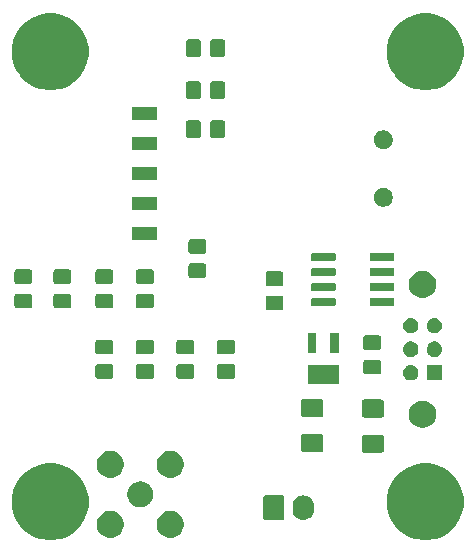
<source format=gbr>
G04 #@! TF.GenerationSoftware,KiCad,Pcbnew,(5.1.4)-1*
G04 #@! TF.CreationDate,2020-02-21T22:56:02-05:00*
G04 #@! TF.ProjectId,gps_2,6770735f-322e-46b6-9963-61645f706362,rev?*
G04 #@! TF.SameCoordinates,Original*
G04 #@! TF.FileFunction,Soldermask,Bot*
G04 #@! TF.FilePolarity,Negative*
%FSLAX46Y46*%
G04 Gerber Fmt 4.6, Leading zero omitted, Abs format (unit mm)*
G04 Created by KiCad (PCBNEW (5.1.4)-1) date 2020-02-21 22:56:02*
%MOMM*%
%LPD*%
G04 APERTURE LIST*
%ADD10C,0.100000*%
G04 APERTURE END LIST*
D10*
G36*
X102488239Y-71995467D02*
G01*
X102802282Y-72057934D01*
X103393926Y-72303001D01*
X103926392Y-72658784D01*
X104379216Y-73111608D01*
X104734999Y-73644074D01*
X104893811Y-74027481D01*
X104980066Y-74235719D01*
X105093222Y-74804589D01*
X105105000Y-74863804D01*
X105105000Y-75504196D01*
X104980066Y-76132282D01*
X104734999Y-76723926D01*
X104566812Y-76975635D01*
X104415317Y-77202364D01*
X104379216Y-77256392D01*
X103926392Y-77709216D01*
X103393926Y-78064999D01*
X102802282Y-78310066D01*
X102488239Y-78372533D01*
X102174197Y-78435000D01*
X101533803Y-78435000D01*
X101219761Y-78372533D01*
X100905718Y-78310066D01*
X100314074Y-78064999D01*
X99781608Y-77709216D01*
X99328784Y-77256392D01*
X99292684Y-77202364D01*
X99141188Y-76975635D01*
X98973001Y-76723926D01*
X98727934Y-76132282D01*
X98603000Y-75504196D01*
X98603000Y-74863804D01*
X98614779Y-74804589D01*
X98727934Y-74235719D01*
X98814189Y-74027481D01*
X98973001Y-73644074D01*
X99328784Y-73111608D01*
X99781608Y-72658784D01*
X100314074Y-72303001D01*
X100905718Y-72057934D01*
X101219761Y-71995467D01*
X101533803Y-71933000D01*
X102174197Y-71933000D01*
X102488239Y-71995467D01*
X102488239Y-71995467D01*
G37*
G36*
X70738239Y-71995467D02*
G01*
X71052282Y-72057934D01*
X71643926Y-72303001D01*
X72176392Y-72658784D01*
X72629216Y-73111608D01*
X72984999Y-73644074D01*
X73143811Y-74027481D01*
X73230066Y-74235719D01*
X73343222Y-74804589D01*
X73355000Y-74863804D01*
X73355000Y-75504196D01*
X73230066Y-76132282D01*
X72984999Y-76723926D01*
X72816812Y-76975635D01*
X72665317Y-77202364D01*
X72629216Y-77256392D01*
X72176392Y-77709216D01*
X71643926Y-78064999D01*
X71052282Y-78310066D01*
X70738239Y-78372533D01*
X70424197Y-78435000D01*
X69783803Y-78435000D01*
X69469761Y-78372533D01*
X69155718Y-78310066D01*
X68564074Y-78064999D01*
X68031608Y-77709216D01*
X67578784Y-77256392D01*
X67542684Y-77202364D01*
X67391188Y-76975635D01*
X67223001Y-76723926D01*
X66977934Y-76132282D01*
X66853000Y-75504196D01*
X66853000Y-74863804D01*
X66864779Y-74804589D01*
X66977934Y-74235719D01*
X67064189Y-74027481D01*
X67223001Y-73644074D01*
X67578784Y-73111608D01*
X68031608Y-72658784D01*
X68564074Y-72303001D01*
X69155718Y-72057934D01*
X69469761Y-71995467D01*
X69783803Y-71933000D01*
X70424197Y-71933000D01*
X70738239Y-71995467D01*
X70738239Y-71995467D01*
G37*
G36*
X80488549Y-75960116D02*
G01*
X80599734Y-75982232D01*
X80809203Y-76068997D01*
X80997720Y-76194960D01*
X81158040Y-76355280D01*
X81284003Y-76543797D01*
X81370768Y-76753266D01*
X81415000Y-76975636D01*
X81415000Y-77202364D01*
X81370768Y-77424734D01*
X81284003Y-77634203D01*
X81158040Y-77822720D01*
X80997720Y-77983040D01*
X80809203Y-78109003D01*
X80599734Y-78195768D01*
X80488549Y-78217884D01*
X80377365Y-78240000D01*
X80150635Y-78240000D01*
X80039451Y-78217884D01*
X79928266Y-78195768D01*
X79718797Y-78109003D01*
X79530280Y-77983040D01*
X79369960Y-77822720D01*
X79243997Y-77634203D01*
X79157232Y-77424734D01*
X79113000Y-77202364D01*
X79113000Y-76975636D01*
X79157232Y-76753266D01*
X79243997Y-76543797D01*
X79369960Y-76355280D01*
X79530280Y-76194960D01*
X79718797Y-76068997D01*
X79928266Y-75982232D01*
X80039451Y-75960116D01*
X80150635Y-75938000D01*
X80377365Y-75938000D01*
X80488549Y-75960116D01*
X80488549Y-75960116D01*
G37*
G36*
X75408549Y-75960116D02*
G01*
X75519734Y-75982232D01*
X75729203Y-76068997D01*
X75917720Y-76194960D01*
X76078040Y-76355280D01*
X76204003Y-76543797D01*
X76290768Y-76753266D01*
X76335000Y-76975636D01*
X76335000Y-77202364D01*
X76290768Y-77424734D01*
X76204003Y-77634203D01*
X76078040Y-77822720D01*
X75917720Y-77983040D01*
X75729203Y-78109003D01*
X75519734Y-78195768D01*
X75408549Y-78217884D01*
X75297365Y-78240000D01*
X75070635Y-78240000D01*
X74959451Y-78217884D01*
X74848266Y-78195768D01*
X74638797Y-78109003D01*
X74450280Y-77983040D01*
X74289960Y-77822720D01*
X74163997Y-77634203D01*
X74077232Y-77424734D01*
X74033000Y-77202364D01*
X74033000Y-76975636D01*
X74077232Y-76753266D01*
X74163997Y-76543797D01*
X74289960Y-76355280D01*
X74450280Y-76194960D01*
X74638797Y-76068997D01*
X74848266Y-75982232D01*
X74959451Y-75960116D01*
X75070635Y-75938000D01*
X75297365Y-75938000D01*
X75408549Y-75960116D01*
X75408549Y-75960116D01*
G37*
G36*
X91703626Y-74654037D02*
G01*
X91873465Y-74705557D01*
X91873467Y-74705558D01*
X92029989Y-74789221D01*
X92167186Y-74901814D01*
X92250448Y-75003271D01*
X92279778Y-75039009D01*
X92363443Y-75195534D01*
X92414963Y-75365373D01*
X92428000Y-75497742D01*
X92428000Y-75886257D01*
X92414963Y-76018626D01*
X92363443Y-76188466D01*
X92279778Y-76344991D01*
X92271334Y-76355280D01*
X92167186Y-76482186D01*
X92092109Y-76543799D01*
X92029991Y-76594778D01*
X91873466Y-76678443D01*
X91703627Y-76729963D01*
X91527000Y-76747359D01*
X91350374Y-76729963D01*
X91180535Y-76678443D01*
X91024010Y-76594778D01*
X90886815Y-76482185D01*
X90774222Y-76344991D01*
X90690557Y-76188466D01*
X90639037Y-76018627D01*
X90626000Y-75886258D01*
X90626000Y-75497743D01*
X90639037Y-75365374D01*
X90690557Y-75195535D01*
X90774222Y-75039010D01*
X90774223Y-75039009D01*
X90886814Y-74901814D01*
X90988271Y-74818552D01*
X91024009Y-74789222D01*
X91180534Y-74705557D01*
X91350373Y-74654037D01*
X91527000Y-74636641D01*
X91703626Y-74654037D01*
X91703626Y-74654037D01*
G37*
G36*
X89785600Y-74644989D02*
G01*
X89818652Y-74655015D01*
X89849103Y-74671292D01*
X89875799Y-74693201D01*
X89897708Y-74719897D01*
X89913985Y-74750348D01*
X89924011Y-74783400D01*
X89928000Y-74823903D01*
X89928000Y-76560097D01*
X89924011Y-76600600D01*
X89913985Y-76633652D01*
X89897708Y-76664103D01*
X89875799Y-76690799D01*
X89849103Y-76712708D01*
X89818652Y-76728985D01*
X89785600Y-76739011D01*
X89745097Y-76743000D01*
X88308903Y-76743000D01*
X88268400Y-76739011D01*
X88235348Y-76728985D01*
X88204897Y-76712708D01*
X88178201Y-76690799D01*
X88156292Y-76664103D01*
X88140015Y-76633652D01*
X88129989Y-76600600D01*
X88126000Y-76560097D01*
X88126000Y-74823903D01*
X88129989Y-74783400D01*
X88140015Y-74750348D01*
X88156292Y-74719897D01*
X88178201Y-74693201D01*
X88204897Y-74671292D01*
X88235348Y-74655015D01*
X88268400Y-74644989D01*
X88308903Y-74641000D01*
X89745097Y-74641000D01*
X89785600Y-74644989D01*
X89785600Y-74644989D01*
G37*
G36*
X77938795Y-73469156D02*
G01*
X78045150Y-73490311D01*
X78245520Y-73573307D01*
X78425844Y-73693795D01*
X78579205Y-73847156D01*
X78699693Y-74027480D01*
X78782689Y-74227851D01*
X78825000Y-74440560D01*
X78825000Y-74657440D01*
X78815429Y-74705557D01*
X78783952Y-74863803D01*
X78782689Y-74870149D01*
X78699693Y-75070520D01*
X78579205Y-75250844D01*
X78425844Y-75404205D01*
X78245520Y-75524693D01*
X78045150Y-75607689D01*
X77938794Y-75628845D01*
X77832440Y-75650000D01*
X77615560Y-75650000D01*
X77509206Y-75628845D01*
X77402850Y-75607689D01*
X77202480Y-75524693D01*
X77022156Y-75404205D01*
X76868795Y-75250844D01*
X76748307Y-75070520D01*
X76665311Y-74870149D01*
X76664049Y-74863803D01*
X76632571Y-74705557D01*
X76623000Y-74657440D01*
X76623000Y-74440560D01*
X76665311Y-74227851D01*
X76748307Y-74027480D01*
X76868795Y-73847156D01*
X77022156Y-73693795D01*
X77202480Y-73573307D01*
X77402850Y-73490311D01*
X77509205Y-73469156D01*
X77615560Y-73448000D01*
X77832440Y-73448000D01*
X77938795Y-73469156D01*
X77938795Y-73469156D01*
G37*
G36*
X80451075Y-70872662D02*
G01*
X80599734Y-70902232D01*
X80809203Y-70988997D01*
X80997720Y-71114960D01*
X81158040Y-71275280D01*
X81284003Y-71463797D01*
X81370768Y-71673266D01*
X81415000Y-71895636D01*
X81415000Y-72122364D01*
X81370768Y-72344734D01*
X81284003Y-72554203D01*
X81158040Y-72742720D01*
X80997720Y-72903040D01*
X80809203Y-73029003D01*
X80599734Y-73115768D01*
X80488549Y-73137884D01*
X80377365Y-73160000D01*
X80150635Y-73160000D01*
X80039451Y-73137884D01*
X79928266Y-73115768D01*
X79718797Y-73029003D01*
X79530280Y-72903040D01*
X79369960Y-72742720D01*
X79243997Y-72554203D01*
X79157232Y-72344734D01*
X79113000Y-72122364D01*
X79113000Y-71895636D01*
X79157232Y-71673266D01*
X79243997Y-71463797D01*
X79369960Y-71275280D01*
X79530280Y-71114960D01*
X79718797Y-70988997D01*
X79928266Y-70902232D01*
X80076925Y-70872662D01*
X80150635Y-70858000D01*
X80377365Y-70858000D01*
X80451075Y-70872662D01*
X80451075Y-70872662D01*
G37*
G36*
X75371075Y-70872662D02*
G01*
X75519734Y-70902232D01*
X75729203Y-70988997D01*
X75917720Y-71114960D01*
X76078040Y-71275280D01*
X76204003Y-71463797D01*
X76290768Y-71673266D01*
X76335000Y-71895636D01*
X76335000Y-72122364D01*
X76290768Y-72344734D01*
X76204003Y-72554203D01*
X76078040Y-72742720D01*
X75917720Y-72903040D01*
X75729203Y-73029003D01*
X75519734Y-73115768D01*
X75408549Y-73137884D01*
X75297365Y-73160000D01*
X75070635Y-73160000D01*
X74959451Y-73137884D01*
X74848266Y-73115768D01*
X74638797Y-73029003D01*
X74450280Y-72903040D01*
X74289960Y-72742720D01*
X74163997Y-72554203D01*
X74077232Y-72344734D01*
X74033000Y-72122364D01*
X74033000Y-71895636D01*
X74077232Y-71673266D01*
X74163997Y-71463797D01*
X74289960Y-71275280D01*
X74450280Y-71114960D01*
X74638797Y-70988997D01*
X74848266Y-70902232D01*
X74996925Y-70872662D01*
X75070635Y-70858000D01*
X75297365Y-70858000D01*
X75371075Y-70872662D01*
X75371075Y-70872662D01*
G37*
G36*
X98184562Y-69500281D02*
G01*
X98219481Y-69510874D01*
X98251663Y-69528076D01*
X98279873Y-69551227D01*
X98303024Y-69579437D01*
X98320226Y-69611619D01*
X98330819Y-69646538D01*
X98335000Y-69688995D01*
X98335000Y-70830205D01*
X98330819Y-70872662D01*
X98320226Y-70907581D01*
X98303024Y-70939763D01*
X98279873Y-70967973D01*
X98251663Y-70991124D01*
X98219481Y-71008326D01*
X98184562Y-71018919D01*
X98142105Y-71023100D01*
X96675895Y-71023100D01*
X96633438Y-71018919D01*
X96598519Y-71008326D01*
X96566337Y-70991124D01*
X96538127Y-70967973D01*
X96514976Y-70939763D01*
X96497774Y-70907581D01*
X96487181Y-70872662D01*
X96483000Y-70830205D01*
X96483000Y-69688995D01*
X96487181Y-69646538D01*
X96497774Y-69611619D01*
X96514976Y-69579437D01*
X96538127Y-69551227D01*
X96566337Y-69528076D01*
X96598519Y-69510874D01*
X96633438Y-69500281D01*
X96675895Y-69496100D01*
X98142105Y-69496100D01*
X98184562Y-69500281D01*
X98184562Y-69500281D01*
G37*
G36*
X93053762Y-69449481D02*
G01*
X93088681Y-69460074D01*
X93120863Y-69477276D01*
X93149073Y-69500427D01*
X93172224Y-69528637D01*
X93189426Y-69560819D01*
X93200019Y-69595738D01*
X93204200Y-69638195D01*
X93204200Y-70779405D01*
X93200019Y-70821862D01*
X93189426Y-70856781D01*
X93172224Y-70888963D01*
X93149073Y-70917173D01*
X93120863Y-70940324D01*
X93088681Y-70957526D01*
X93053762Y-70968119D01*
X93011305Y-70972300D01*
X91545095Y-70972300D01*
X91502638Y-70968119D01*
X91467719Y-70957526D01*
X91435537Y-70940324D01*
X91407327Y-70917173D01*
X91384176Y-70888963D01*
X91366974Y-70856781D01*
X91356381Y-70821862D01*
X91352200Y-70779405D01*
X91352200Y-69638195D01*
X91356381Y-69595738D01*
X91366974Y-69560819D01*
X91384176Y-69528637D01*
X91407327Y-69500427D01*
X91435537Y-69477276D01*
X91467719Y-69460074D01*
X91502638Y-69449481D01*
X91545095Y-69445300D01*
X93011305Y-69445300D01*
X93053762Y-69449481D01*
X93053762Y-69449481D01*
G37*
G36*
X101840549Y-66633116D02*
G01*
X101951734Y-66655232D01*
X102093600Y-66713995D01*
X102152025Y-66738195D01*
X102161203Y-66741997D01*
X102349720Y-66867960D01*
X102510040Y-67028280D01*
X102636003Y-67216797D01*
X102636004Y-67216799D01*
X102722768Y-67426267D01*
X102767000Y-67648635D01*
X102767000Y-67875365D01*
X102749106Y-67965324D01*
X102722768Y-68097734D01*
X102636003Y-68307203D01*
X102510040Y-68495720D01*
X102349720Y-68656040D01*
X102161203Y-68782003D01*
X101951734Y-68868768D01*
X101840549Y-68890884D01*
X101729365Y-68913000D01*
X101502635Y-68913000D01*
X101391451Y-68890884D01*
X101280266Y-68868768D01*
X101070797Y-68782003D01*
X100882280Y-68656040D01*
X100721960Y-68495720D01*
X100595997Y-68307203D01*
X100509232Y-68097734D01*
X100482894Y-67965324D01*
X100465000Y-67875365D01*
X100465000Y-67648635D01*
X100509232Y-67426267D01*
X100595996Y-67216799D01*
X100595997Y-67216797D01*
X100721960Y-67028280D01*
X100882280Y-66867960D01*
X101070797Y-66741997D01*
X101079976Y-66738195D01*
X101138400Y-66713995D01*
X101280266Y-66655232D01*
X101391451Y-66633116D01*
X101502635Y-66611000D01*
X101729365Y-66611000D01*
X101840549Y-66633116D01*
X101840549Y-66633116D01*
G37*
G36*
X98184562Y-66525281D02*
G01*
X98219481Y-66535874D01*
X98251663Y-66553076D01*
X98279873Y-66576227D01*
X98303024Y-66604437D01*
X98320226Y-66636619D01*
X98330819Y-66671538D01*
X98335000Y-66713995D01*
X98335000Y-67855205D01*
X98330819Y-67897662D01*
X98320226Y-67932581D01*
X98303024Y-67964763D01*
X98279873Y-67992973D01*
X98251663Y-68016124D01*
X98219481Y-68033326D01*
X98184562Y-68043919D01*
X98142105Y-68048100D01*
X96675895Y-68048100D01*
X96633438Y-68043919D01*
X96598519Y-68033326D01*
X96566337Y-68016124D01*
X96538127Y-67992973D01*
X96514976Y-67964763D01*
X96497774Y-67932581D01*
X96487181Y-67897662D01*
X96483000Y-67855205D01*
X96483000Y-66713995D01*
X96487181Y-66671538D01*
X96497774Y-66636619D01*
X96514976Y-66604437D01*
X96538127Y-66576227D01*
X96566337Y-66553076D01*
X96598519Y-66535874D01*
X96633438Y-66525281D01*
X96675895Y-66521100D01*
X98142105Y-66521100D01*
X98184562Y-66525281D01*
X98184562Y-66525281D01*
G37*
G36*
X93053762Y-66474481D02*
G01*
X93088681Y-66485074D01*
X93120863Y-66502276D01*
X93149073Y-66525427D01*
X93172224Y-66553637D01*
X93189426Y-66585819D01*
X93200019Y-66620738D01*
X93204200Y-66663195D01*
X93204200Y-67804405D01*
X93200019Y-67846862D01*
X93189426Y-67881781D01*
X93172224Y-67913963D01*
X93149073Y-67942173D01*
X93120863Y-67965324D01*
X93088681Y-67982526D01*
X93053762Y-67993119D01*
X93011305Y-67997300D01*
X91545095Y-67997300D01*
X91502638Y-67993119D01*
X91467719Y-67982526D01*
X91435537Y-67965324D01*
X91407327Y-67942173D01*
X91384176Y-67913963D01*
X91366974Y-67881781D01*
X91356381Y-67846862D01*
X91352200Y-67804405D01*
X91352200Y-66663195D01*
X91356381Y-66620738D01*
X91366974Y-66585819D01*
X91384176Y-66553637D01*
X91407327Y-66525427D01*
X91435537Y-66502276D01*
X91467719Y-66485074D01*
X91502638Y-66474481D01*
X91545095Y-66470300D01*
X93011305Y-66470300D01*
X93053762Y-66474481D01*
X93053762Y-66474481D01*
G37*
G36*
X94533800Y-65245400D02*
G01*
X91881800Y-65245400D01*
X91881800Y-63583400D01*
X94533800Y-63583400D01*
X94533800Y-65245400D01*
X94533800Y-65245400D01*
G37*
G36*
X103267000Y-64913000D02*
G01*
X101965000Y-64913000D01*
X101965000Y-63611000D01*
X103267000Y-63611000D01*
X103267000Y-64913000D01*
X103267000Y-64913000D01*
G37*
G36*
X100775449Y-63629962D02*
G01*
X100805890Y-63636017D01*
X100924364Y-63685091D01*
X100988694Y-63728075D01*
X101030988Y-63756335D01*
X101121665Y-63847012D01*
X101192910Y-63953638D01*
X101241983Y-64072110D01*
X101267000Y-64197881D01*
X101267000Y-64326119D01*
X101253590Y-64393535D01*
X101241983Y-64451890D01*
X101192909Y-64570364D01*
X101121665Y-64676988D01*
X101030988Y-64767665D01*
X100924364Y-64838909D01*
X100924363Y-64838910D01*
X100924362Y-64838910D01*
X100805890Y-64887983D01*
X100680119Y-64913000D01*
X100551881Y-64913000D01*
X100426110Y-64887983D01*
X100307638Y-64838910D01*
X100307637Y-64838910D01*
X100307636Y-64838909D01*
X100201012Y-64767665D01*
X100110335Y-64676988D01*
X100039091Y-64570364D01*
X99990017Y-64451890D01*
X99978410Y-64393535D01*
X99965000Y-64326119D01*
X99965000Y-64197881D01*
X99990017Y-64072110D01*
X100039090Y-63953638D01*
X100110335Y-63847012D01*
X100201012Y-63756335D01*
X100243306Y-63728075D01*
X100307636Y-63685091D01*
X100426110Y-63636017D01*
X100456551Y-63629962D01*
X100551881Y-63611000D01*
X100680119Y-63611000D01*
X100775449Y-63629962D01*
X100775449Y-63629962D01*
G37*
G36*
X82122674Y-63513465D02*
G01*
X82160367Y-63524899D01*
X82195103Y-63543466D01*
X82225548Y-63568452D01*
X82250534Y-63598897D01*
X82269101Y-63633633D01*
X82280535Y-63671326D01*
X82285000Y-63716661D01*
X82285000Y-64553339D01*
X82280535Y-64598674D01*
X82269101Y-64636367D01*
X82250534Y-64671103D01*
X82225548Y-64701548D01*
X82195103Y-64726534D01*
X82160367Y-64745101D01*
X82122674Y-64756535D01*
X82077339Y-64761000D01*
X80990661Y-64761000D01*
X80945326Y-64756535D01*
X80907633Y-64745101D01*
X80872897Y-64726534D01*
X80842452Y-64701548D01*
X80817466Y-64671103D01*
X80798899Y-64636367D01*
X80787465Y-64598674D01*
X80783000Y-64553339D01*
X80783000Y-63716661D01*
X80787465Y-63671326D01*
X80798899Y-63633633D01*
X80817466Y-63598897D01*
X80842452Y-63568452D01*
X80872897Y-63543466D01*
X80907633Y-63524899D01*
X80945326Y-63513465D01*
X80990661Y-63509000D01*
X82077339Y-63509000D01*
X82122674Y-63513465D01*
X82122674Y-63513465D01*
G37*
G36*
X75264674Y-63513465D02*
G01*
X75302367Y-63524899D01*
X75337103Y-63543466D01*
X75367548Y-63568452D01*
X75392534Y-63598897D01*
X75411101Y-63633633D01*
X75422535Y-63671326D01*
X75427000Y-63716661D01*
X75427000Y-64553339D01*
X75422535Y-64598674D01*
X75411101Y-64636367D01*
X75392534Y-64671103D01*
X75367548Y-64701548D01*
X75337103Y-64726534D01*
X75302367Y-64745101D01*
X75264674Y-64756535D01*
X75219339Y-64761000D01*
X74132661Y-64761000D01*
X74087326Y-64756535D01*
X74049633Y-64745101D01*
X74014897Y-64726534D01*
X73984452Y-64701548D01*
X73959466Y-64671103D01*
X73940899Y-64636367D01*
X73929465Y-64598674D01*
X73925000Y-64553339D01*
X73925000Y-63716661D01*
X73929465Y-63671326D01*
X73940899Y-63633633D01*
X73959466Y-63598897D01*
X73984452Y-63568452D01*
X74014897Y-63543466D01*
X74049633Y-63524899D01*
X74087326Y-63513465D01*
X74132661Y-63509000D01*
X75219339Y-63509000D01*
X75264674Y-63513465D01*
X75264674Y-63513465D01*
G37*
G36*
X78693674Y-63513465D02*
G01*
X78731367Y-63524899D01*
X78766103Y-63543466D01*
X78796548Y-63568452D01*
X78821534Y-63598897D01*
X78840101Y-63633633D01*
X78851535Y-63671326D01*
X78856000Y-63716661D01*
X78856000Y-64553339D01*
X78851535Y-64598674D01*
X78840101Y-64636367D01*
X78821534Y-64671103D01*
X78796548Y-64701548D01*
X78766103Y-64726534D01*
X78731367Y-64745101D01*
X78693674Y-64756535D01*
X78648339Y-64761000D01*
X77561661Y-64761000D01*
X77516326Y-64756535D01*
X77478633Y-64745101D01*
X77443897Y-64726534D01*
X77413452Y-64701548D01*
X77388466Y-64671103D01*
X77369899Y-64636367D01*
X77358465Y-64598674D01*
X77354000Y-64553339D01*
X77354000Y-63716661D01*
X77358465Y-63671326D01*
X77369899Y-63633633D01*
X77388466Y-63598897D01*
X77413452Y-63568452D01*
X77443897Y-63543466D01*
X77478633Y-63524899D01*
X77516326Y-63513465D01*
X77561661Y-63509000D01*
X78648339Y-63509000D01*
X78693674Y-63513465D01*
X78693674Y-63513465D01*
G37*
G36*
X85551674Y-63513465D02*
G01*
X85589367Y-63524899D01*
X85624103Y-63543466D01*
X85654548Y-63568452D01*
X85679534Y-63598897D01*
X85698101Y-63633633D01*
X85709535Y-63671326D01*
X85714000Y-63716661D01*
X85714000Y-64553339D01*
X85709535Y-64598674D01*
X85698101Y-64636367D01*
X85679534Y-64671103D01*
X85654548Y-64701548D01*
X85624103Y-64726534D01*
X85589367Y-64745101D01*
X85551674Y-64756535D01*
X85506339Y-64761000D01*
X84419661Y-64761000D01*
X84374326Y-64756535D01*
X84336633Y-64745101D01*
X84301897Y-64726534D01*
X84271452Y-64701548D01*
X84246466Y-64671103D01*
X84227899Y-64636367D01*
X84216465Y-64598674D01*
X84212000Y-64553339D01*
X84212000Y-63716661D01*
X84216465Y-63671326D01*
X84227899Y-63633633D01*
X84246466Y-63598897D01*
X84271452Y-63568452D01*
X84301897Y-63543466D01*
X84336633Y-63524899D01*
X84374326Y-63513465D01*
X84419661Y-63509000D01*
X85506339Y-63509000D01*
X85551674Y-63513465D01*
X85551674Y-63513465D01*
G37*
G36*
X97946874Y-63150465D02*
G01*
X97984567Y-63161899D01*
X98019303Y-63180466D01*
X98049748Y-63205452D01*
X98074734Y-63235897D01*
X98093301Y-63270633D01*
X98104735Y-63308326D01*
X98109200Y-63353661D01*
X98109200Y-64190339D01*
X98104735Y-64235674D01*
X98093301Y-64273367D01*
X98074734Y-64308103D01*
X98049748Y-64338548D01*
X98019303Y-64363534D01*
X97984567Y-64382101D01*
X97946874Y-64393535D01*
X97901539Y-64398000D01*
X96814861Y-64398000D01*
X96769526Y-64393535D01*
X96731833Y-64382101D01*
X96697097Y-64363534D01*
X96666652Y-64338548D01*
X96641666Y-64308103D01*
X96623099Y-64273367D01*
X96611665Y-64235674D01*
X96607200Y-64190339D01*
X96607200Y-63353661D01*
X96611665Y-63308326D01*
X96623099Y-63270633D01*
X96641666Y-63235897D01*
X96666652Y-63205452D01*
X96697097Y-63180466D01*
X96731833Y-63161899D01*
X96769526Y-63150465D01*
X96814861Y-63146000D01*
X97901539Y-63146000D01*
X97946874Y-63150465D01*
X97946874Y-63150465D01*
G37*
G36*
X102805890Y-61636017D02*
G01*
X102879871Y-61666661D01*
X102924364Y-61685091D01*
X102993330Y-61731173D01*
X103030988Y-61756335D01*
X103121665Y-61847012D01*
X103192910Y-61953638D01*
X103241983Y-62072110D01*
X103267000Y-62197881D01*
X103267000Y-62326119D01*
X103241983Y-62451890D01*
X103201894Y-62548674D01*
X103192909Y-62570364D01*
X103121665Y-62676988D01*
X103030988Y-62767665D01*
X102924364Y-62838909D01*
X102924363Y-62838910D01*
X102924362Y-62838910D01*
X102805890Y-62887983D01*
X102680119Y-62913000D01*
X102551881Y-62913000D01*
X102426110Y-62887983D01*
X102307638Y-62838910D01*
X102307637Y-62838910D01*
X102307636Y-62838909D01*
X102201012Y-62767665D01*
X102110335Y-62676988D01*
X102039091Y-62570364D01*
X102030107Y-62548674D01*
X101990017Y-62451890D01*
X101965000Y-62326119D01*
X101965000Y-62197881D01*
X101990017Y-62072110D01*
X102039090Y-61953638D01*
X102110335Y-61847012D01*
X102201012Y-61756335D01*
X102238670Y-61731173D01*
X102307636Y-61685091D01*
X102352130Y-61666661D01*
X102426110Y-61636017D01*
X102551881Y-61611000D01*
X102680119Y-61611000D01*
X102805890Y-61636017D01*
X102805890Y-61636017D01*
G37*
G36*
X100805890Y-61636017D02*
G01*
X100879871Y-61666661D01*
X100924364Y-61685091D01*
X100993330Y-61731173D01*
X101030988Y-61756335D01*
X101121665Y-61847012D01*
X101192910Y-61953638D01*
X101241983Y-62072110D01*
X101267000Y-62197881D01*
X101267000Y-62326119D01*
X101241983Y-62451890D01*
X101201894Y-62548674D01*
X101192909Y-62570364D01*
X101121665Y-62676988D01*
X101030988Y-62767665D01*
X100924364Y-62838909D01*
X100924363Y-62838910D01*
X100924362Y-62838910D01*
X100805890Y-62887983D01*
X100680119Y-62913000D01*
X100551881Y-62913000D01*
X100426110Y-62887983D01*
X100307638Y-62838910D01*
X100307637Y-62838910D01*
X100307636Y-62838909D01*
X100201012Y-62767665D01*
X100110335Y-62676988D01*
X100039091Y-62570364D01*
X100030107Y-62548674D01*
X99990017Y-62451890D01*
X99965000Y-62326119D01*
X99965000Y-62197881D01*
X99990017Y-62072110D01*
X100039090Y-61953638D01*
X100110335Y-61847012D01*
X100201012Y-61756335D01*
X100238670Y-61731173D01*
X100307636Y-61685091D01*
X100352130Y-61666661D01*
X100426110Y-61636017D01*
X100551881Y-61611000D01*
X100680119Y-61611000D01*
X100805890Y-61636017D01*
X100805890Y-61636017D01*
G37*
G36*
X85551674Y-61463465D02*
G01*
X85589367Y-61474899D01*
X85624103Y-61493466D01*
X85654548Y-61518452D01*
X85679534Y-61548897D01*
X85698101Y-61583633D01*
X85709535Y-61621326D01*
X85714000Y-61666661D01*
X85714000Y-62503339D01*
X85709535Y-62548674D01*
X85698101Y-62586367D01*
X85679534Y-62621103D01*
X85654548Y-62651548D01*
X85624103Y-62676534D01*
X85589367Y-62695101D01*
X85551674Y-62706535D01*
X85506339Y-62711000D01*
X84419661Y-62711000D01*
X84374326Y-62706535D01*
X84336633Y-62695101D01*
X84301897Y-62676534D01*
X84271452Y-62651548D01*
X84246466Y-62621103D01*
X84227899Y-62586367D01*
X84216465Y-62548674D01*
X84212000Y-62503339D01*
X84212000Y-61666661D01*
X84216465Y-61621326D01*
X84227899Y-61583633D01*
X84246466Y-61548897D01*
X84271452Y-61518452D01*
X84301897Y-61493466D01*
X84336633Y-61474899D01*
X84374326Y-61463465D01*
X84419661Y-61459000D01*
X85506339Y-61459000D01*
X85551674Y-61463465D01*
X85551674Y-61463465D01*
G37*
G36*
X78693674Y-61463465D02*
G01*
X78731367Y-61474899D01*
X78766103Y-61493466D01*
X78796548Y-61518452D01*
X78821534Y-61548897D01*
X78840101Y-61583633D01*
X78851535Y-61621326D01*
X78856000Y-61666661D01*
X78856000Y-62503339D01*
X78851535Y-62548674D01*
X78840101Y-62586367D01*
X78821534Y-62621103D01*
X78796548Y-62651548D01*
X78766103Y-62676534D01*
X78731367Y-62695101D01*
X78693674Y-62706535D01*
X78648339Y-62711000D01*
X77561661Y-62711000D01*
X77516326Y-62706535D01*
X77478633Y-62695101D01*
X77443897Y-62676534D01*
X77413452Y-62651548D01*
X77388466Y-62621103D01*
X77369899Y-62586367D01*
X77358465Y-62548674D01*
X77354000Y-62503339D01*
X77354000Y-61666661D01*
X77358465Y-61621326D01*
X77369899Y-61583633D01*
X77388466Y-61548897D01*
X77413452Y-61518452D01*
X77443897Y-61493466D01*
X77478633Y-61474899D01*
X77516326Y-61463465D01*
X77561661Y-61459000D01*
X78648339Y-61459000D01*
X78693674Y-61463465D01*
X78693674Y-61463465D01*
G37*
G36*
X75264674Y-61463465D02*
G01*
X75302367Y-61474899D01*
X75337103Y-61493466D01*
X75367548Y-61518452D01*
X75392534Y-61548897D01*
X75411101Y-61583633D01*
X75422535Y-61621326D01*
X75427000Y-61666661D01*
X75427000Y-62503339D01*
X75422535Y-62548674D01*
X75411101Y-62586367D01*
X75392534Y-62621103D01*
X75367548Y-62651548D01*
X75337103Y-62676534D01*
X75302367Y-62695101D01*
X75264674Y-62706535D01*
X75219339Y-62711000D01*
X74132661Y-62711000D01*
X74087326Y-62706535D01*
X74049633Y-62695101D01*
X74014897Y-62676534D01*
X73984452Y-62651548D01*
X73959466Y-62621103D01*
X73940899Y-62586367D01*
X73929465Y-62548674D01*
X73925000Y-62503339D01*
X73925000Y-61666661D01*
X73929465Y-61621326D01*
X73940899Y-61583633D01*
X73959466Y-61548897D01*
X73984452Y-61518452D01*
X74014897Y-61493466D01*
X74049633Y-61474899D01*
X74087326Y-61463465D01*
X74132661Y-61459000D01*
X75219339Y-61459000D01*
X75264674Y-61463465D01*
X75264674Y-61463465D01*
G37*
G36*
X82122674Y-61463465D02*
G01*
X82160367Y-61474899D01*
X82195103Y-61493466D01*
X82225548Y-61518452D01*
X82250534Y-61548897D01*
X82269101Y-61583633D01*
X82280535Y-61621326D01*
X82285000Y-61666661D01*
X82285000Y-62503339D01*
X82280535Y-62548674D01*
X82269101Y-62586367D01*
X82250534Y-62621103D01*
X82225548Y-62651548D01*
X82195103Y-62676534D01*
X82160367Y-62695101D01*
X82122674Y-62706535D01*
X82077339Y-62711000D01*
X80990661Y-62711000D01*
X80945326Y-62706535D01*
X80907633Y-62695101D01*
X80872897Y-62676534D01*
X80842452Y-62651548D01*
X80817466Y-62621103D01*
X80798899Y-62586367D01*
X80787465Y-62548674D01*
X80783000Y-62503339D01*
X80783000Y-61666661D01*
X80787465Y-61621326D01*
X80798899Y-61583633D01*
X80817466Y-61548897D01*
X80842452Y-61518452D01*
X80872897Y-61493466D01*
X80907633Y-61474899D01*
X80945326Y-61463465D01*
X80990661Y-61459000D01*
X82077339Y-61459000D01*
X82122674Y-61463465D01*
X82122674Y-61463465D01*
G37*
G36*
X94533800Y-62545400D02*
G01*
X93781800Y-62545400D01*
X93781800Y-60883400D01*
X94533800Y-60883400D01*
X94533800Y-62545400D01*
X94533800Y-62545400D01*
G37*
G36*
X92633800Y-62545400D02*
G01*
X91881800Y-62545400D01*
X91881800Y-60883400D01*
X92633800Y-60883400D01*
X92633800Y-62545400D01*
X92633800Y-62545400D01*
G37*
G36*
X97946874Y-61100465D02*
G01*
X97984567Y-61111899D01*
X98019303Y-61130466D01*
X98049748Y-61155452D01*
X98074734Y-61185897D01*
X98093301Y-61220633D01*
X98104735Y-61258326D01*
X98109200Y-61303661D01*
X98109200Y-62140339D01*
X98104735Y-62185674D01*
X98093301Y-62223367D01*
X98074734Y-62258103D01*
X98049748Y-62288548D01*
X98019303Y-62313534D01*
X97984567Y-62332101D01*
X97946874Y-62343535D01*
X97901539Y-62348000D01*
X96814861Y-62348000D01*
X96769526Y-62343535D01*
X96731833Y-62332101D01*
X96697097Y-62313534D01*
X96666652Y-62288548D01*
X96641666Y-62258103D01*
X96623099Y-62223367D01*
X96611665Y-62185674D01*
X96607200Y-62140339D01*
X96607200Y-61303661D01*
X96611665Y-61258326D01*
X96623099Y-61220633D01*
X96641666Y-61185897D01*
X96666652Y-61155452D01*
X96697097Y-61130466D01*
X96731833Y-61111899D01*
X96769526Y-61100465D01*
X96814861Y-61096000D01*
X97901539Y-61096000D01*
X97946874Y-61100465D01*
X97946874Y-61100465D01*
G37*
G36*
X102805890Y-59636017D02*
G01*
X102924364Y-59685091D01*
X103030988Y-59756335D01*
X103121665Y-59847012D01*
X103192909Y-59953636D01*
X103241983Y-60072110D01*
X103267000Y-60197882D01*
X103267000Y-60326118D01*
X103241983Y-60451890D01*
X103192909Y-60570364D01*
X103121665Y-60676988D01*
X103030988Y-60767665D01*
X102924364Y-60838909D01*
X102924363Y-60838910D01*
X102924362Y-60838910D01*
X102805890Y-60887983D01*
X102680119Y-60913000D01*
X102551881Y-60913000D01*
X102426110Y-60887983D01*
X102307638Y-60838910D01*
X102307637Y-60838910D01*
X102307636Y-60838909D01*
X102201012Y-60767665D01*
X102110335Y-60676988D01*
X102039091Y-60570364D01*
X101990017Y-60451890D01*
X101965000Y-60326118D01*
X101965000Y-60197882D01*
X101990017Y-60072110D01*
X102039091Y-59953636D01*
X102110335Y-59847012D01*
X102201012Y-59756335D01*
X102307636Y-59685091D01*
X102426110Y-59636017D01*
X102551881Y-59611000D01*
X102680119Y-59611000D01*
X102805890Y-59636017D01*
X102805890Y-59636017D01*
G37*
G36*
X100805890Y-59636017D02*
G01*
X100924364Y-59685091D01*
X101030988Y-59756335D01*
X101121665Y-59847012D01*
X101192909Y-59953636D01*
X101241983Y-60072110D01*
X101267000Y-60197882D01*
X101267000Y-60326118D01*
X101241983Y-60451890D01*
X101192909Y-60570364D01*
X101121665Y-60676988D01*
X101030988Y-60767665D01*
X100924364Y-60838909D01*
X100924363Y-60838910D01*
X100924362Y-60838910D01*
X100805890Y-60887983D01*
X100680119Y-60913000D01*
X100551881Y-60913000D01*
X100426110Y-60887983D01*
X100307638Y-60838910D01*
X100307637Y-60838910D01*
X100307636Y-60838909D01*
X100201012Y-60767665D01*
X100110335Y-60676988D01*
X100039091Y-60570364D01*
X99990017Y-60451890D01*
X99965000Y-60326118D01*
X99965000Y-60197882D01*
X99990017Y-60072110D01*
X100039091Y-59953636D01*
X100110335Y-59847012D01*
X100201012Y-59756335D01*
X100307636Y-59685091D01*
X100426110Y-59636017D01*
X100551881Y-59611000D01*
X100680119Y-59611000D01*
X100805890Y-59636017D01*
X100805890Y-59636017D01*
G37*
G36*
X89666474Y-57731265D02*
G01*
X89704167Y-57742699D01*
X89738903Y-57761266D01*
X89769348Y-57786252D01*
X89794334Y-57816697D01*
X89812901Y-57851433D01*
X89824335Y-57889126D01*
X89828800Y-57934461D01*
X89828800Y-58771139D01*
X89824335Y-58816474D01*
X89812901Y-58854167D01*
X89794334Y-58888903D01*
X89769348Y-58919348D01*
X89738903Y-58944334D01*
X89704167Y-58962901D01*
X89666474Y-58974335D01*
X89621139Y-58978800D01*
X88534461Y-58978800D01*
X88489126Y-58974335D01*
X88451433Y-58962901D01*
X88416697Y-58944334D01*
X88386252Y-58919348D01*
X88361266Y-58888903D01*
X88342699Y-58854167D01*
X88331265Y-58816474D01*
X88326800Y-58771139D01*
X88326800Y-57934461D01*
X88331265Y-57889126D01*
X88342699Y-57851433D01*
X88361266Y-57816697D01*
X88386252Y-57786252D01*
X88416697Y-57761266D01*
X88451433Y-57742699D01*
X88489126Y-57731265D01*
X88534461Y-57726800D01*
X89621139Y-57726800D01*
X89666474Y-57731265D01*
X89666474Y-57731265D01*
G37*
G36*
X75264674Y-57562465D02*
G01*
X75302367Y-57573899D01*
X75337103Y-57592466D01*
X75367548Y-57617452D01*
X75392534Y-57647897D01*
X75411101Y-57682633D01*
X75422535Y-57720326D01*
X75427000Y-57765661D01*
X75427000Y-58602339D01*
X75422535Y-58647674D01*
X75411101Y-58685367D01*
X75392534Y-58720103D01*
X75367548Y-58750548D01*
X75337103Y-58775534D01*
X75302367Y-58794101D01*
X75264674Y-58805535D01*
X75219339Y-58810000D01*
X74132661Y-58810000D01*
X74087326Y-58805535D01*
X74049633Y-58794101D01*
X74014897Y-58775534D01*
X73984452Y-58750548D01*
X73959466Y-58720103D01*
X73940899Y-58685367D01*
X73929465Y-58647674D01*
X73925000Y-58602339D01*
X73925000Y-57765661D01*
X73929465Y-57720326D01*
X73940899Y-57682633D01*
X73959466Y-57647897D01*
X73984452Y-57617452D01*
X74014897Y-57592466D01*
X74049633Y-57573899D01*
X74087326Y-57562465D01*
X74132661Y-57558000D01*
X75219339Y-57558000D01*
X75264674Y-57562465D01*
X75264674Y-57562465D01*
G37*
G36*
X78693674Y-57562465D02*
G01*
X78731367Y-57573899D01*
X78766103Y-57592466D01*
X78796548Y-57617452D01*
X78821534Y-57647897D01*
X78840101Y-57682633D01*
X78851535Y-57720326D01*
X78856000Y-57765661D01*
X78856000Y-58602339D01*
X78851535Y-58647674D01*
X78840101Y-58685367D01*
X78821534Y-58720103D01*
X78796548Y-58750548D01*
X78766103Y-58775534D01*
X78731367Y-58794101D01*
X78693674Y-58805535D01*
X78648339Y-58810000D01*
X77561661Y-58810000D01*
X77516326Y-58805535D01*
X77478633Y-58794101D01*
X77443897Y-58775534D01*
X77413452Y-58750548D01*
X77388466Y-58720103D01*
X77369899Y-58685367D01*
X77358465Y-58647674D01*
X77354000Y-58602339D01*
X77354000Y-57765661D01*
X77358465Y-57720326D01*
X77369899Y-57682633D01*
X77388466Y-57647897D01*
X77413452Y-57617452D01*
X77443897Y-57592466D01*
X77478633Y-57573899D01*
X77516326Y-57562465D01*
X77561661Y-57558000D01*
X78648339Y-57558000D01*
X78693674Y-57562465D01*
X78693674Y-57562465D01*
G37*
G36*
X68406674Y-57562465D02*
G01*
X68444367Y-57573899D01*
X68479103Y-57592466D01*
X68509548Y-57617452D01*
X68534534Y-57647897D01*
X68553101Y-57682633D01*
X68564535Y-57720326D01*
X68569000Y-57765661D01*
X68569000Y-58602339D01*
X68564535Y-58647674D01*
X68553101Y-58685367D01*
X68534534Y-58720103D01*
X68509548Y-58750548D01*
X68479103Y-58775534D01*
X68444367Y-58794101D01*
X68406674Y-58805535D01*
X68361339Y-58810000D01*
X67274661Y-58810000D01*
X67229326Y-58805535D01*
X67191633Y-58794101D01*
X67156897Y-58775534D01*
X67126452Y-58750548D01*
X67101466Y-58720103D01*
X67082899Y-58685367D01*
X67071465Y-58647674D01*
X67067000Y-58602339D01*
X67067000Y-57765661D01*
X67071465Y-57720326D01*
X67082899Y-57682633D01*
X67101466Y-57647897D01*
X67126452Y-57617452D01*
X67156897Y-57592466D01*
X67191633Y-57573899D01*
X67229326Y-57562465D01*
X67274661Y-57558000D01*
X68361339Y-57558000D01*
X68406674Y-57562465D01*
X68406674Y-57562465D01*
G37*
G36*
X71708674Y-57562465D02*
G01*
X71746367Y-57573899D01*
X71781103Y-57592466D01*
X71811548Y-57617452D01*
X71836534Y-57647897D01*
X71855101Y-57682633D01*
X71866535Y-57720326D01*
X71871000Y-57765661D01*
X71871000Y-58602339D01*
X71866535Y-58647674D01*
X71855101Y-58685367D01*
X71836534Y-58720103D01*
X71811548Y-58750548D01*
X71781103Y-58775534D01*
X71746367Y-58794101D01*
X71708674Y-58805535D01*
X71663339Y-58810000D01*
X70576661Y-58810000D01*
X70531326Y-58805535D01*
X70493633Y-58794101D01*
X70458897Y-58775534D01*
X70428452Y-58750548D01*
X70403466Y-58720103D01*
X70384899Y-58685367D01*
X70373465Y-58647674D01*
X70369000Y-58602339D01*
X70369000Y-57765661D01*
X70373465Y-57720326D01*
X70384899Y-57682633D01*
X70403466Y-57647897D01*
X70428452Y-57617452D01*
X70458897Y-57592466D01*
X70493633Y-57573899D01*
X70531326Y-57562465D01*
X70576661Y-57558000D01*
X71663339Y-57558000D01*
X71708674Y-57562465D01*
X71708674Y-57562465D01*
G37*
G36*
X99117128Y-57919364D02*
G01*
X99138209Y-57925760D01*
X99157645Y-57936148D01*
X99174676Y-57950124D01*
X99188652Y-57967155D01*
X99199040Y-57986591D01*
X99205436Y-58007672D01*
X99208200Y-58035740D01*
X99208200Y-58499460D01*
X99205436Y-58527528D01*
X99199040Y-58548609D01*
X99188652Y-58568045D01*
X99174676Y-58585076D01*
X99157645Y-58599052D01*
X99138209Y-58609440D01*
X99117128Y-58615836D01*
X99089060Y-58618600D01*
X97275340Y-58618600D01*
X97247272Y-58615836D01*
X97226191Y-58609440D01*
X97206755Y-58599052D01*
X97189724Y-58585076D01*
X97175748Y-58568045D01*
X97165360Y-58548609D01*
X97158964Y-58527528D01*
X97156200Y-58499460D01*
X97156200Y-58035740D01*
X97158964Y-58007672D01*
X97165360Y-57986591D01*
X97175748Y-57967155D01*
X97189724Y-57950124D01*
X97206755Y-57936148D01*
X97226191Y-57925760D01*
X97247272Y-57919364D01*
X97275340Y-57916600D01*
X99089060Y-57916600D01*
X99117128Y-57919364D01*
X99117128Y-57919364D01*
G37*
G36*
X94167128Y-57919364D02*
G01*
X94188209Y-57925760D01*
X94207645Y-57936148D01*
X94224676Y-57950124D01*
X94238652Y-57967155D01*
X94249040Y-57986591D01*
X94255436Y-58007672D01*
X94258200Y-58035740D01*
X94258200Y-58499460D01*
X94255436Y-58527528D01*
X94249040Y-58548609D01*
X94238652Y-58568045D01*
X94224676Y-58585076D01*
X94207645Y-58599052D01*
X94188209Y-58609440D01*
X94167128Y-58615836D01*
X94139060Y-58618600D01*
X92325340Y-58618600D01*
X92297272Y-58615836D01*
X92276191Y-58609440D01*
X92256755Y-58599052D01*
X92239724Y-58585076D01*
X92225748Y-58568045D01*
X92215360Y-58548609D01*
X92208964Y-58527528D01*
X92206200Y-58499460D01*
X92206200Y-58035740D01*
X92208964Y-58007672D01*
X92215360Y-57986591D01*
X92225748Y-57967155D01*
X92239724Y-57950124D01*
X92256755Y-57936148D01*
X92276191Y-57925760D01*
X92297272Y-57919364D01*
X92325340Y-57916600D01*
X94139060Y-57916600D01*
X94167128Y-57919364D01*
X94167128Y-57919364D01*
G37*
G36*
X101838121Y-55632633D02*
G01*
X101951734Y-55655232D01*
X102042187Y-55692699D01*
X102147334Y-55736252D01*
X102161203Y-55741997D01*
X102349720Y-55867960D01*
X102510040Y-56028280D01*
X102631551Y-56210134D01*
X102636004Y-56216799D01*
X102722768Y-56426267D01*
X102767000Y-56648635D01*
X102767000Y-56875365D01*
X102722768Y-57097733D01*
X102639797Y-57298045D01*
X102636003Y-57307203D01*
X102510040Y-57495720D01*
X102349720Y-57656040D01*
X102161203Y-57782003D01*
X101951734Y-57868768D01*
X101849387Y-57889126D01*
X101729365Y-57913000D01*
X101502635Y-57913000D01*
X101382613Y-57889126D01*
X101280266Y-57868768D01*
X101070797Y-57782003D01*
X100882280Y-57656040D01*
X100721960Y-57495720D01*
X100595997Y-57307203D01*
X100592204Y-57298045D01*
X100509232Y-57097733D01*
X100465000Y-56875365D01*
X100465000Y-56648635D01*
X100509232Y-56426267D01*
X100595996Y-56216799D01*
X100600449Y-56210134D01*
X100721960Y-56028280D01*
X100882280Y-55867960D01*
X101070797Y-55741997D01*
X101084667Y-55736252D01*
X101189813Y-55692699D01*
X101280266Y-55655232D01*
X101393879Y-55632633D01*
X101502635Y-55611000D01*
X101729365Y-55611000D01*
X101838121Y-55632633D01*
X101838121Y-55632633D01*
G37*
G36*
X99117128Y-56649364D02*
G01*
X99138209Y-56655760D01*
X99157645Y-56666148D01*
X99174676Y-56680124D01*
X99188652Y-56697155D01*
X99199040Y-56716591D01*
X99205436Y-56737672D01*
X99208200Y-56765740D01*
X99208200Y-57229460D01*
X99205436Y-57257528D01*
X99199040Y-57278609D01*
X99188652Y-57298045D01*
X99174676Y-57315076D01*
X99157645Y-57329052D01*
X99138209Y-57339440D01*
X99117128Y-57345836D01*
X99089060Y-57348600D01*
X97275340Y-57348600D01*
X97247272Y-57345836D01*
X97226191Y-57339440D01*
X97206755Y-57329052D01*
X97189724Y-57315076D01*
X97175748Y-57298045D01*
X97165360Y-57278609D01*
X97158964Y-57257528D01*
X97156200Y-57229460D01*
X97156200Y-56765740D01*
X97158964Y-56737672D01*
X97165360Y-56716591D01*
X97175748Y-56697155D01*
X97189724Y-56680124D01*
X97206755Y-56666148D01*
X97226191Y-56655760D01*
X97247272Y-56649364D01*
X97275340Y-56646600D01*
X99089060Y-56646600D01*
X99117128Y-56649364D01*
X99117128Y-56649364D01*
G37*
G36*
X94167128Y-56649364D02*
G01*
X94188209Y-56655760D01*
X94207645Y-56666148D01*
X94224676Y-56680124D01*
X94238652Y-56697155D01*
X94249040Y-56716591D01*
X94255436Y-56737672D01*
X94258200Y-56765740D01*
X94258200Y-57229460D01*
X94255436Y-57257528D01*
X94249040Y-57278609D01*
X94238652Y-57298045D01*
X94224676Y-57315076D01*
X94207645Y-57329052D01*
X94188209Y-57339440D01*
X94167128Y-57345836D01*
X94139060Y-57348600D01*
X92325340Y-57348600D01*
X92297272Y-57345836D01*
X92276191Y-57339440D01*
X92256755Y-57329052D01*
X92239724Y-57315076D01*
X92225748Y-57298045D01*
X92215360Y-57278609D01*
X92208964Y-57257528D01*
X92206200Y-57229460D01*
X92206200Y-56765740D01*
X92208964Y-56737672D01*
X92215360Y-56716591D01*
X92225748Y-56697155D01*
X92239724Y-56680124D01*
X92256755Y-56666148D01*
X92276191Y-56655760D01*
X92297272Y-56649364D01*
X92325340Y-56646600D01*
X94139060Y-56646600D01*
X94167128Y-56649364D01*
X94167128Y-56649364D01*
G37*
G36*
X89666474Y-55681265D02*
G01*
X89704167Y-55692699D01*
X89738903Y-55711266D01*
X89769348Y-55736252D01*
X89794334Y-55766697D01*
X89812901Y-55801433D01*
X89824335Y-55839126D01*
X89828800Y-55884461D01*
X89828800Y-56721139D01*
X89824335Y-56766474D01*
X89812901Y-56804167D01*
X89794334Y-56838903D01*
X89769348Y-56869348D01*
X89738903Y-56894334D01*
X89704167Y-56912901D01*
X89666474Y-56924335D01*
X89621139Y-56928800D01*
X88534461Y-56928800D01*
X88489126Y-56924335D01*
X88451433Y-56912901D01*
X88416697Y-56894334D01*
X88386252Y-56869348D01*
X88361266Y-56838903D01*
X88342699Y-56804167D01*
X88331265Y-56766474D01*
X88326800Y-56721139D01*
X88326800Y-55884461D01*
X88331265Y-55839126D01*
X88342699Y-55801433D01*
X88361266Y-55766697D01*
X88386252Y-55736252D01*
X88416697Y-55711266D01*
X88451433Y-55692699D01*
X88489126Y-55681265D01*
X88534461Y-55676800D01*
X89621139Y-55676800D01*
X89666474Y-55681265D01*
X89666474Y-55681265D01*
G37*
G36*
X71708674Y-55512465D02*
G01*
X71746367Y-55523899D01*
X71781103Y-55542466D01*
X71811548Y-55567452D01*
X71836534Y-55597897D01*
X71855101Y-55632633D01*
X71866535Y-55670326D01*
X71871000Y-55715661D01*
X71871000Y-56552339D01*
X71866535Y-56597674D01*
X71855101Y-56635367D01*
X71836534Y-56670103D01*
X71811548Y-56700548D01*
X71781103Y-56725534D01*
X71746367Y-56744101D01*
X71708674Y-56755535D01*
X71663339Y-56760000D01*
X70576661Y-56760000D01*
X70531326Y-56755535D01*
X70493633Y-56744101D01*
X70458897Y-56725534D01*
X70428452Y-56700548D01*
X70403466Y-56670103D01*
X70384899Y-56635367D01*
X70373465Y-56597674D01*
X70369000Y-56552339D01*
X70369000Y-55715661D01*
X70373465Y-55670326D01*
X70384899Y-55632633D01*
X70403466Y-55597897D01*
X70428452Y-55567452D01*
X70458897Y-55542466D01*
X70493633Y-55523899D01*
X70531326Y-55512465D01*
X70576661Y-55508000D01*
X71663339Y-55508000D01*
X71708674Y-55512465D01*
X71708674Y-55512465D01*
G37*
G36*
X75264674Y-55512465D02*
G01*
X75302367Y-55523899D01*
X75337103Y-55542466D01*
X75367548Y-55567452D01*
X75392534Y-55597897D01*
X75411101Y-55632633D01*
X75422535Y-55670326D01*
X75427000Y-55715661D01*
X75427000Y-56552339D01*
X75422535Y-56597674D01*
X75411101Y-56635367D01*
X75392534Y-56670103D01*
X75367548Y-56700548D01*
X75337103Y-56725534D01*
X75302367Y-56744101D01*
X75264674Y-56755535D01*
X75219339Y-56760000D01*
X74132661Y-56760000D01*
X74087326Y-56755535D01*
X74049633Y-56744101D01*
X74014897Y-56725534D01*
X73984452Y-56700548D01*
X73959466Y-56670103D01*
X73940899Y-56635367D01*
X73929465Y-56597674D01*
X73925000Y-56552339D01*
X73925000Y-55715661D01*
X73929465Y-55670326D01*
X73940899Y-55632633D01*
X73959466Y-55597897D01*
X73984452Y-55567452D01*
X74014897Y-55542466D01*
X74049633Y-55523899D01*
X74087326Y-55512465D01*
X74132661Y-55508000D01*
X75219339Y-55508000D01*
X75264674Y-55512465D01*
X75264674Y-55512465D01*
G37*
G36*
X78693674Y-55512465D02*
G01*
X78731367Y-55523899D01*
X78766103Y-55542466D01*
X78796548Y-55567452D01*
X78821534Y-55597897D01*
X78840101Y-55632633D01*
X78851535Y-55670326D01*
X78856000Y-55715661D01*
X78856000Y-56552339D01*
X78851535Y-56597674D01*
X78840101Y-56635367D01*
X78821534Y-56670103D01*
X78796548Y-56700548D01*
X78766103Y-56725534D01*
X78731367Y-56744101D01*
X78693674Y-56755535D01*
X78648339Y-56760000D01*
X77561661Y-56760000D01*
X77516326Y-56755535D01*
X77478633Y-56744101D01*
X77443897Y-56725534D01*
X77413452Y-56700548D01*
X77388466Y-56670103D01*
X77369899Y-56635367D01*
X77358465Y-56597674D01*
X77354000Y-56552339D01*
X77354000Y-55715661D01*
X77358465Y-55670326D01*
X77369899Y-55632633D01*
X77388466Y-55597897D01*
X77413452Y-55567452D01*
X77443897Y-55542466D01*
X77478633Y-55523899D01*
X77516326Y-55512465D01*
X77561661Y-55508000D01*
X78648339Y-55508000D01*
X78693674Y-55512465D01*
X78693674Y-55512465D01*
G37*
G36*
X68406674Y-55512465D02*
G01*
X68444367Y-55523899D01*
X68479103Y-55542466D01*
X68509548Y-55567452D01*
X68534534Y-55597897D01*
X68553101Y-55632633D01*
X68564535Y-55670326D01*
X68569000Y-55715661D01*
X68569000Y-56552339D01*
X68564535Y-56597674D01*
X68553101Y-56635367D01*
X68534534Y-56670103D01*
X68509548Y-56700548D01*
X68479103Y-56725534D01*
X68444367Y-56744101D01*
X68406674Y-56755535D01*
X68361339Y-56760000D01*
X67274661Y-56760000D01*
X67229326Y-56755535D01*
X67191633Y-56744101D01*
X67156897Y-56725534D01*
X67126452Y-56700548D01*
X67101466Y-56670103D01*
X67082899Y-56635367D01*
X67071465Y-56597674D01*
X67067000Y-56552339D01*
X67067000Y-55715661D01*
X67071465Y-55670326D01*
X67082899Y-55632633D01*
X67101466Y-55597897D01*
X67126452Y-55567452D01*
X67156897Y-55542466D01*
X67191633Y-55523899D01*
X67229326Y-55512465D01*
X67274661Y-55508000D01*
X68361339Y-55508000D01*
X68406674Y-55512465D01*
X68406674Y-55512465D01*
G37*
G36*
X83138674Y-54997065D02*
G01*
X83176367Y-55008499D01*
X83211103Y-55027066D01*
X83241548Y-55052052D01*
X83266534Y-55082497D01*
X83285101Y-55117233D01*
X83296535Y-55154926D01*
X83301000Y-55200261D01*
X83301000Y-56036939D01*
X83296535Y-56082274D01*
X83285101Y-56119967D01*
X83266534Y-56154703D01*
X83241548Y-56185148D01*
X83211103Y-56210134D01*
X83176367Y-56228701D01*
X83138674Y-56240135D01*
X83093339Y-56244600D01*
X82006661Y-56244600D01*
X81961326Y-56240135D01*
X81923633Y-56228701D01*
X81888897Y-56210134D01*
X81858452Y-56185148D01*
X81833466Y-56154703D01*
X81814899Y-56119967D01*
X81803465Y-56082274D01*
X81799000Y-56036939D01*
X81799000Y-55200261D01*
X81803465Y-55154926D01*
X81814899Y-55117233D01*
X81833466Y-55082497D01*
X81858452Y-55052052D01*
X81888897Y-55027066D01*
X81923633Y-55008499D01*
X81961326Y-54997065D01*
X82006661Y-54992600D01*
X83093339Y-54992600D01*
X83138674Y-54997065D01*
X83138674Y-54997065D01*
G37*
G36*
X94167128Y-55379364D02*
G01*
X94188209Y-55385760D01*
X94207645Y-55396148D01*
X94224676Y-55410124D01*
X94238652Y-55427155D01*
X94249040Y-55446591D01*
X94255436Y-55467672D01*
X94258200Y-55495740D01*
X94258200Y-55959460D01*
X94255436Y-55987528D01*
X94249040Y-56008609D01*
X94238652Y-56028045D01*
X94224676Y-56045076D01*
X94207645Y-56059052D01*
X94188209Y-56069440D01*
X94167128Y-56075836D01*
X94139060Y-56078600D01*
X92325340Y-56078600D01*
X92297272Y-56075836D01*
X92276191Y-56069440D01*
X92256755Y-56059052D01*
X92239724Y-56045076D01*
X92225748Y-56028045D01*
X92215360Y-56008609D01*
X92208964Y-55987528D01*
X92206200Y-55959460D01*
X92206200Y-55495740D01*
X92208964Y-55467672D01*
X92215360Y-55446591D01*
X92225748Y-55427155D01*
X92239724Y-55410124D01*
X92256755Y-55396148D01*
X92276191Y-55385760D01*
X92297272Y-55379364D01*
X92325340Y-55376600D01*
X94139060Y-55376600D01*
X94167128Y-55379364D01*
X94167128Y-55379364D01*
G37*
G36*
X99117128Y-55379364D02*
G01*
X99138209Y-55385760D01*
X99157645Y-55396148D01*
X99174676Y-55410124D01*
X99188652Y-55427155D01*
X99199040Y-55446591D01*
X99205436Y-55467672D01*
X99208200Y-55495740D01*
X99208200Y-55959460D01*
X99205436Y-55987528D01*
X99199040Y-56008609D01*
X99188652Y-56028045D01*
X99174676Y-56045076D01*
X99157645Y-56059052D01*
X99138209Y-56069440D01*
X99117128Y-56075836D01*
X99089060Y-56078600D01*
X97275340Y-56078600D01*
X97247272Y-56075836D01*
X97226191Y-56069440D01*
X97206755Y-56059052D01*
X97189724Y-56045076D01*
X97175748Y-56028045D01*
X97165360Y-56008609D01*
X97158964Y-55987528D01*
X97156200Y-55959460D01*
X97156200Y-55495740D01*
X97158964Y-55467672D01*
X97165360Y-55446591D01*
X97175748Y-55427155D01*
X97189724Y-55410124D01*
X97206755Y-55396148D01*
X97226191Y-55385760D01*
X97247272Y-55379364D01*
X97275340Y-55376600D01*
X99089060Y-55376600D01*
X99117128Y-55379364D01*
X99117128Y-55379364D01*
G37*
G36*
X94167128Y-54109364D02*
G01*
X94188209Y-54115760D01*
X94207645Y-54126148D01*
X94224676Y-54140124D01*
X94238652Y-54157155D01*
X94249040Y-54176591D01*
X94255436Y-54197672D01*
X94258200Y-54225740D01*
X94258200Y-54689460D01*
X94255436Y-54717528D01*
X94249040Y-54738609D01*
X94238652Y-54758045D01*
X94224676Y-54775076D01*
X94207645Y-54789052D01*
X94188209Y-54799440D01*
X94167128Y-54805836D01*
X94139060Y-54808600D01*
X92325340Y-54808600D01*
X92297272Y-54805836D01*
X92276191Y-54799440D01*
X92256755Y-54789052D01*
X92239724Y-54775076D01*
X92225748Y-54758045D01*
X92215360Y-54738609D01*
X92208964Y-54717528D01*
X92206200Y-54689460D01*
X92206200Y-54225740D01*
X92208964Y-54197672D01*
X92215360Y-54176591D01*
X92225748Y-54157155D01*
X92239724Y-54140124D01*
X92256755Y-54126148D01*
X92276191Y-54115760D01*
X92297272Y-54109364D01*
X92325340Y-54106600D01*
X94139060Y-54106600D01*
X94167128Y-54109364D01*
X94167128Y-54109364D01*
G37*
G36*
X99117128Y-54109364D02*
G01*
X99138209Y-54115760D01*
X99157645Y-54126148D01*
X99174676Y-54140124D01*
X99188652Y-54157155D01*
X99199040Y-54176591D01*
X99205436Y-54197672D01*
X99208200Y-54225740D01*
X99208200Y-54689460D01*
X99205436Y-54717528D01*
X99199040Y-54738609D01*
X99188652Y-54758045D01*
X99174676Y-54775076D01*
X99157645Y-54789052D01*
X99138209Y-54799440D01*
X99117128Y-54805836D01*
X99089060Y-54808600D01*
X97275340Y-54808600D01*
X97247272Y-54805836D01*
X97226191Y-54799440D01*
X97206755Y-54789052D01*
X97189724Y-54775076D01*
X97175748Y-54758045D01*
X97165360Y-54738609D01*
X97158964Y-54717528D01*
X97156200Y-54689460D01*
X97156200Y-54225740D01*
X97158964Y-54197672D01*
X97165360Y-54176591D01*
X97175748Y-54157155D01*
X97189724Y-54140124D01*
X97206755Y-54126148D01*
X97226191Y-54115760D01*
X97247272Y-54109364D01*
X97275340Y-54106600D01*
X99089060Y-54106600D01*
X99117128Y-54109364D01*
X99117128Y-54109364D01*
G37*
G36*
X83138674Y-52947065D02*
G01*
X83176367Y-52958499D01*
X83211103Y-52977066D01*
X83241548Y-53002052D01*
X83266534Y-53032497D01*
X83285101Y-53067233D01*
X83296535Y-53104926D01*
X83301000Y-53150261D01*
X83301000Y-53986939D01*
X83296535Y-54032274D01*
X83285101Y-54069967D01*
X83266534Y-54104703D01*
X83241548Y-54135148D01*
X83211103Y-54160134D01*
X83176367Y-54178701D01*
X83138674Y-54190135D01*
X83093339Y-54194600D01*
X82006661Y-54194600D01*
X81961326Y-54190135D01*
X81923633Y-54178701D01*
X81888897Y-54160134D01*
X81858452Y-54135148D01*
X81833466Y-54104703D01*
X81814899Y-54069967D01*
X81803465Y-54032274D01*
X81799000Y-53986939D01*
X81799000Y-53150261D01*
X81803465Y-53104926D01*
X81814899Y-53067233D01*
X81833466Y-53032497D01*
X81858452Y-53002052D01*
X81888897Y-52977066D01*
X81923633Y-52958499D01*
X81961326Y-52947065D01*
X82006661Y-52942600D01*
X83093339Y-52942600D01*
X83138674Y-52947065D01*
X83138674Y-52947065D01*
G37*
G36*
X79156000Y-53002000D02*
G01*
X77054000Y-53002000D01*
X77054000Y-51900000D01*
X79156000Y-51900000D01*
X79156000Y-53002000D01*
X79156000Y-53002000D01*
G37*
G36*
X79156000Y-50462000D02*
G01*
X77054000Y-50462000D01*
X77054000Y-49360000D01*
X79156000Y-49360000D01*
X79156000Y-50462000D01*
X79156000Y-50462000D01*
G37*
G36*
X98531642Y-48632781D02*
G01*
X98677414Y-48693162D01*
X98677416Y-48693163D01*
X98808608Y-48780822D01*
X98920178Y-48892392D01*
X99007837Y-49023584D01*
X99007838Y-49023586D01*
X99068219Y-49169358D01*
X99099000Y-49324107D01*
X99099000Y-49481893D01*
X99068219Y-49636642D01*
X99007838Y-49782414D01*
X99007837Y-49782416D01*
X98920178Y-49913608D01*
X98808608Y-50025178D01*
X98677416Y-50112837D01*
X98677415Y-50112838D01*
X98677414Y-50112838D01*
X98531642Y-50173219D01*
X98376893Y-50204000D01*
X98219107Y-50204000D01*
X98064358Y-50173219D01*
X97918586Y-50112838D01*
X97918585Y-50112838D01*
X97918584Y-50112837D01*
X97787392Y-50025178D01*
X97675822Y-49913608D01*
X97588163Y-49782416D01*
X97588162Y-49782414D01*
X97527781Y-49636642D01*
X97497000Y-49481893D01*
X97497000Y-49324107D01*
X97527781Y-49169358D01*
X97588162Y-49023586D01*
X97588163Y-49023584D01*
X97675822Y-48892392D01*
X97787392Y-48780822D01*
X97918584Y-48693163D01*
X97918586Y-48693162D01*
X98064358Y-48632781D01*
X98219107Y-48602000D01*
X98376893Y-48602000D01*
X98531642Y-48632781D01*
X98531642Y-48632781D01*
G37*
G36*
X79156000Y-47922000D02*
G01*
X77054000Y-47922000D01*
X77054000Y-46820000D01*
X79156000Y-46820000D01*
X79156000Y-47922000D01*
X79156000Y-47922000D01*
G37*
G36*
X79156000Y-45382000D02*
G01*
X77054000Y-45382000D01*
X77054000Y-44280000D01*
X79156000Y-44280000D01*
X79156000Y-45382000D01*
X79156000Y-45382000D01*
G37*
G36*
X98531642Y-43752781D02*
G01*
X98677414Y-43813162D01*
X98677416Y-43813163D01*
X98808608Y-43900822D01*
X98920178Y-44012392D01*
X98989424Y-44116027D01*
X99007838Y-44143586D01*
X99068219Y-44289358D01*
X99099000Y-44444107D01*
X99099000Y-44601893D01*
X99068219Y-44756642D01*
X99007838Y-44902414D01*
X99007837Y-44902416D01*
X98920178Y-45033608D01*
X98808608Y-45145178D01*
X98677416Y-45232837D01*
X98677415Y-45232838D01*
X98677414Y-45232838D01*
X98531642Y-45293219D01*
X98376893Y-45324000D01*
X98219107Y-45324000D01*
X98064358Y-45293219D01*
X97918586Y-45232838D01*
X97918585Y-45232838D01*
X97918584Y-45232837D01*
X97787392Y-45145178D01*
X97675822Y-45033608D01*
X97588163Y-44902416D01*
X97588162Y-44902414D01*
X97527781Y-44756642D01*
X97497000Y-44601893D01*
X97497000Y-44444107D01*
X97527781Y-44289358D01*
X97588162Y-44143586D01*
X97606576Y-44116027D01*
X97675822Y-44012392D01*
X97787392Y-43900822D01*
X97918584Y-43813163D01*
X97918586Y-43813162D01*
X98064358Y-43752781D01*
X98219107Y-43722000D01*
X98376893Y-43722000D01*
X98531642Y-43752781D01*
X98531642Y-43752781D01*
G37*
G36*
X82683474Y-42890665D02*
G01*
X82721167Y-42902099D01*
X82755903Y-42920666D01*
X82786348Y-42945652D01*
X82811334Y-42976097D01*
X82829901Y-43010833D01*
X82841335Y-43048526D01*
X82845800Y-43093861D01*
X82845800Y-44180539D01*
X82841335Y-44225874D01*
X82829901Y-44263567D01*
X82811334Y-44298303D01*
X82786348Y-44328748D01*
X82755903Y-44353734D01*
X82721167Y-44372301D01*
X82683474Y-44383735D01*
X82638139Y-44388200D01*
X81801461Y-44388200D01*
X81756126Y-44383735D01*
X81718433Y-44372301D01*
X81683697Y-44353734D01*
X81653252Y-44328748D01*
X81628266Y-44298303D01*
X81609699Y-44263567D01*
X81598265Y-44225874D01*
X81593800Y-44180539D01*
X81593800Y-43093861D01*
X81598265Y-43048526D01*
X81609699Y-43010833D01*
X81628266Y-42976097D01*
X81653252Y-42945652D01*
X81683697Y-42920666D01*
X81718433Y-42902099D01*
X81756126Y-42890665D01*
X81801461Y-42886200D01*
X82638139Y-42886200D01*
X82683474Y-42890665D01*
X82683474Y-42890665D01*
G37*
G36*
X84733474Y-42890665D02*
G01*
X84771167Y-42902099D01*
X84805903Y-42920666D01*
X84836348Y-42945652D01*
X84861334Y-42976097D01*
X84879901Y-43010833D01*
X84891335Y-43048526D01*
X84895800Y-43093861D01*
X84895800Y-44180539D01*
X84891335Y-44225874D01*
X84879901Y-44263567D01*
X84861334Y-44298303D01*
X84836348Y-44328748D01*
X84805903Y-44353734D01*
X84771167Y-44372301D01*
X84733474Y-44383735D01*
X84688139Y-44388200D01*
X83851461Y-44388200D01*
X83806126Y-44383735D01*
X83768433Y-44372301D01*
X83733697Y-44353734D01*
X83703252Y-44328748D01*
X83678266Y-44298303D01*
X83659699Y-44263567D01*
X83648265Y-44225874D01*
X83643800Y-44180539D01*
X83643800Y-43093861D01*
X83648265Y-43048526D01*
X83659699Y-43010833D01*
X83678266Y-42976097D01*
X83703252Y-42945652D01*
X83733697Y-42920666D01*
X83768433Y-42902099D01*
X83806126Y-42890665D01*
X83851461Y-42886200D01*
X84688139Y-42886200D01*
X84733474Y-42890665D01*
X84733474Y-42890665D01*
G37*
G36*
X79156000Y-42842000D02*
G01*
X77054000Y-42842000D01*
X77054000Y-41740000D01*
X79156000Y-41740000D01*
X79156000Y-42842000D01*
X79156000Y-42842000D01*
G37*
G36*
X82683474Y-39588665D02*
G01*
X82721167Y-39600099D01*
X82755903Y-39618666D01*
X82786348Y-39643652D01*
X82811334Y-39674097D01*
X82829901Y-39708833D01*
X82841335Y-39746526D01*
X82845800Y-39791861D01*
X82845800Y-40878539D01*
X82841335Y-40923874D01*
X82829901Y-40961567D01*
X82811334Y-40996303D01*
X82786348Y-41026748D01*
X82755903Y-41051734D01*
X82721167Y-41070301D01*
X82683474Y-41081735D01*
X82638139Y-41086200D01*
X81801461Y-41086200D01*
X81756126Y-41081735D01*
X81718433Y-41070301D01*
X81683697Y-41051734D01*
X81653252Y-41026748D01*
X81628266Y-40996303D01*
X81609699Y-40961567D01*
X81598265Y-40923874D01*
X81593800Y-40878539D01*
X81593800Y-39791861D01*
X81598265Y-39746526D01*
X81609699Y-39708833D01*
X81628266Y-39674097D01*
X81653252Y-39643652D01*
X81683697Y-39618666D01*
X81718433Y-39600099D01*
X81756126Y-39588665D01*
X81801461Y-39584200D01*
X82638139Y-39584200D01*
X82683474Y-39588665D01*
X82683474Y-39588665D01*
G37*
G36*
X84733474Y-39588665D02*
G01*
X84771167Y-39600099D01*
X84805903Y-39618666D01*
X84836348Y-39643652D01*
X84861334Y-39674097D01*
X84879901Y-39708833D01*
X84891335Y-39746526D01*
X84895800Y-39791861D01*
X84895800Y-40878539D01*
X84891335Y-40923874D01*
X84879901Y-40961567D01*
X84861334Y-40996303D01*
X84836348Y-41026748D01*
X84805903Y-41051734D01*
X84771167Y-41070301D01*
X84733474Y-41081735D01*
X84688139Y-41086200D01*
X83851461Y-41086200D01*
X83806126Y-41081735D01*
X83768433Y-41070301D01*
X83733697Y-41051734D01*
X83703252Y-41026748D01*
X83678266Y-40996303D01*
X83659699Y-40961567D01*
X83648265Y-40923874D01*
X83643800Y-40878539D01*
X83643800Y-39791861D01*
X83648265Y-39746526D01*
X83659699Y-39708833D01*
X83678266Y-39674097D01*
X83703252Y-39643652D01*
X83733697Y-39618666D01*
X83768433Y-39600099D01*
X83806126Y-39588665D01*
X83851461Y-39584200D01*
X84688139Y-39584200D01*
X84733474Y-39588665D01*
X84733474Y-39588665D01*
G37*
G36*
X70738239Y-33895467D02*
G01*
X71052282Y-33957934D01*
X71643926Y-34203001D01*
X72176392Y-34558784D01*
X72629216Y-35011608D01*
X72984999Y-35544074D01*
X73222767Y-36118097D01*
X73230066Y-36135719D01*
X73355000Y-36763803D01*
X73355000Y-37404197D01*
X73329936Y-37530200D01*
X73230066Y-38032282D01*
X72984999Y-38623926D01*
X72699986Y-39050477D01*
X72629217Y-39156391D01*
X72176391Y-39609217D01*
X72124855Y-39643652D01*
X71643926Y-39964999D01*
X71052282Y-40210066D01*
X70738239Y-40272533D01*
X70424197Y-40335000D01*
X69783803Y-40335000D01*
X69469761Y-40272533D01*
X69155718Y-40210066D01*
X68564074Y-39964999D01*
X68083145Y-39643652D01*
X68031609Y-39609217D01*
X67578783Y-39156391D01*
X67508014Y-39050477D01*
X67223001Y-38623926D01*
X66977934Y-38032282D01*
X66878064Y-37530200D01*
X66853000Y-37404197D01*
X66853000Y-36763803D01*
X66977934Y-36135719D01*
X66985233Y-36118097D01*
X67223001Y-35544074D01*
X67578784Y-35011608D01*
X68031608Y-34558784D01*
X68564074Y-34203001D01*
X69155718Y-33957934D01*
X69469761Y-33895467D01*
X69783803Y-33833000D01*
X70424197Y-33833000D01*
X70738239Y-33895467D01*
X70738239Y-33895467D01*
G37*
G36*
X102488239Y-33895467D02*
G01*
X102802282Y-33957934D01*
X103393926Y-34203001D01*
X103926392Y-34558784D01*
X104379216Y-35011608D01*
X104734999Y-35544074D01*
X104972767Y-36118097D01*
X104980066Y-36135719D01*
X105105000Y-36763803D01*
X105105000Y-37404197D01*
X105079936Y-37530200D01*
X104980066Y-38032282D01*
X104734999Y-38623926D01*
X104449986Y-39050477D01*
X104379217Y-39156391D01*
X103926391Y-39609217D01*
X103874855Y-39643652D01*
X103393926Y-39964999D01*
X102802282Y-40210066D01*
X102488239Y-40272533D01*
X102174197Y-40335000D01*
X101533803Y-40335000D01*
X101219761Y-40272533D01*
X100905718Y-40210066D01*
X100314074Y-39964999D01*
X99833145Y-39643652D01*
X99781609Y-39609217D01*
X99328783Y-39156391D01*
X99258014Y-39050477D01*
X98973001Y-38623926D01*
X98727934Y-38032282D01*
X98628064Y-37530200D01*
X98603000Y-37404197D01*
X98603000Y-36763803D01*
X98727934Y-36135719D01*
X98735233Y-36118097D01*
X98973001Y-35544074D01*
X99328784Y-35011608D01*
X99781608Y-34558784D01*
X100314074Y-34203001D01*
X100905718Y-33957934D01*
X101219761Y-33895467D01*
X101533803Y-33833000D01*
X102174197Y-33833000D01*
X102488239Y-33895467D01*
X102488239Y-33895467D01*
G37*
G36*
X82690874Y-36032665D02*
G01*
X82728567Y-36044099D01*
X82763303Y-36062666D01*
X82793748Y-36087652D01*
X82818734Y-36118097D01*
X82837301Y-36152833D01*
X82848735Y-36190526D01*
X82853200Y-36235861D01*
X82853200Y-37322539D01*
X82848735Y-37367874D01*
X82837301Y-37405567D01*
X82818734Y-37440303D01*
X82793748Y-37470748D01*
X82763303Y-37495734D01*
X82728567Y-37514301D01*
X82690874Y-37525735D01*
X82645539Y-37530200D01*
X81808861Y-37530200D01*
X81763526Y-37525735D01*
X81725833Y-37514301D01*
X81691097Y-37495734D01*
X81660652Y-37470748D01*
X81635666Y-37440303D01*
X81617099Y-37405567D01*
X81605665Y-37367874D01*
X81601200Y-37322539D01*
X81601200Y-36235861D01*
X81605665Y-36190526D01*
X81617099Y-36152833D01*
X81635666Y-36118097D01*
X81660652Y-36087652D01*
X81691097Y-36062666D01*
X81725833Y-36044099D01*
X81763526Y-36032665D01*
X81808861Y-36028200D01*
X82645539Y-36028200D01*
X82690874Y-36032665D01*
X82690874Y-36032665D01*
G37*
G36*
X84740874Y-36032665D02*
G01*
X84778567Y-36044099D01*
X84813303Y-36062666D01*
X84843748Y-36087652D01*
X84868734Y-36118097D01*
X84887301Y-36152833D01*
X84898735Y-36190526D01*
X84903200Y-36235861D01*
X84903200Y-37322539D01*
X84898735Y-37367874D01*
X84887301Y-37405567D01*
X84868734Y-37440303D01*
X84843748Y-37470748D01*
X84813303Y-37495734D01*
X84778567Y-37514301D01*
X84740874Y-37525735D01*
X84695539Y-37530200D01*
X83858861Y-37530200D01*
X83813526Y-37525735D01*
X83775833Y-37514301D01*
X83741097Y-37495734D01*
X83710652Y-37470748D01*
X83685666Y-37440303D01*
X83667099Y-37405567D01*
X83655665Y-37367874D01*
X83651200Y-37322539D01*
X83651200Y-36235861D01*
X83655665Y-36190526D01*
X83667099Y-36152833D01*
X83685666Y-36118097D01*
X83710652Y-36087652D01*
X83741097Y-36062666D01*
X83775833Y-36044099D01*
X83813526Y-36032665D01*
X83858861Y-36028200D01*
X84695539Y-36028200D01*
X84740874Y-36032665D01*
X84740874Y-36032665D01*
G37*
M02*

</source>
